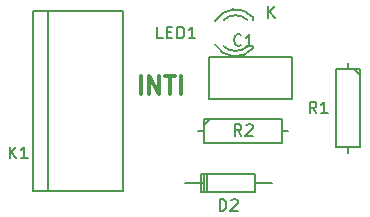
<source format=gbr>
G04 #@! TF.FileFunction,Legend,Top*
%FSLAX46Y46*%
G04 Gerber Fmt 4.6, Leading zero omitted, Abs format (unit mm)*
G04 Created by KiCad (PCBNEW 4.0.0-rc2-stable) date 30/11/2015 5:24:16 p. m.*
%MOMM*%
G01*
G04 APERTURE LIST*
%ADD10C,0.100000*%
%ADD11C,0.300000*%
%ADD12C,0.150000*%
G04 APERTURE END LIST*
D10*
D11*
X150685714Y-107993571D02*
X150685714Y-106493571D01*
X151400000Y-107993571D02*
X151400000Y-106493571D01*
X152257143Y-107993571D01*
X152257143Y-106493571D01*
X152757143Y-106493571D02*
X153614286Y-106493571D01*
X153185715Y-107993571D02*
X153185715Y-106493571D01*
X154114286Y-107993571D02*
X154114286Y-106493571D01*
D12*
X156480000Y-104930000D02*
X163480000Y-104930000D01*
X163480000Y-104930000D02*
X163480000Y-108430000D01*
X163480000Y-108430000D02*
X156480000Y-108430000D01*
X156480000Y-108430000D02*
X156480000Y-104930000D01*
X160401520Y-115567460D02*
X161798520Y-115567460D01*
X155956520Y-115567460D02*
X154432520Y-115567460D01*
X156337520Y-114805460D02*
X156337520Y-116329460D01*
X156083520Y-114805460D02*
X156083520Y-116329460D01*
X155829520Y-115567460D02*
X155829520Y-116329460D01*
X155829520Y-116329460D02*
X160401520Y-116329460D01*
X160401520Y-116329460D02*
X160401520Y-114805460D01*
X160401520Y-114805460D02*
X155829520Y-114805460D01*
X155829520Y-114805460D02*
X155829520Y-115567460D01*
X141605000Y-100965000D02*
X149225000Y-100965000D01*
X141605000Y-116205000D02*
X149225000Y-116205000D01*
X142875000Y-100965000D02*
X142875000Y-116205000D01*
X149225000Y-100965000D02*
X149225000Y-116205000D01*
X141605000Y-100965000D02*
X141605000Y-116205000D01*
X160219000Y-101556000D02*
X160219000Y-101756000D01*
X160219000Y-104150000D02*
X160219000Y-103970000D01*
X156991256Y-103839643D02*
G75*
G03X160219000Y-104156000I1727744J1003643D01*
G01*
X157666994Y-103969068D02*
G75*
G03X159770000Y-103970000I1052006J1133068D01*
G01*
X160206220Y-101529274D02*
G75*
G03X156969000Y-101876000I-1497220J-1306726D01*
G01*
X159732889Y-101756747D02*
G75*
G03X157685000Y-101776000I-1013889J-1079253D01*
G01*
X168275000Y-105410000D02*
X168275000Y-105918000D01*
X168275000Y-113030000D02*
X168275000Y-112522000D01*
X168275000Y-112522000D02*
X169291000Y-112522000D01*
X169291000Y-112522000D02*
X169291000Y-105918000D01*
X169291000Y-105918000D02*
X167259000Y-105918000D01*
X167259000Y-105918000D02*
X167259000Y-112522000D01*
X167259000Y-112522000D02*
X168275000Y-112522000D01*
X168783000Y-105918000D02*
X169291000Y-106426000D01*
X155575000Y-111125000D02*
X156083000Y-111125000D01*
X163195000Y-111125000D02*
X162687000Y-111125000D01*
X162687000Y-111125000D02*
X162687000Y-110109000D01*
X162687000Y-110109000D02*
X156083000Y-110109000D01*
X156083000Y-110109000D02*
X156083000Y-112141000D01*
X156083000Y-112141000D02*
X162687000Y-112141000D01*
X162687000Y-112141000D02*
X162687000Y-111125000D01*
X156083000Y-110617000D02*
X156591000Y-110109000D01*
X159218334Y-103862143D02*
X159170715Y-103909762D01*
X159027858Y-103957381D01*
X158932620Y-103957381D01*
X158789762Y-103909762D01*
X158694524Y-103814524D01*
X158646905Y-103719286D01*
X158599286Y-103528810D01*
X158599286Y-103385952D01*
X158646905Y-103195476D01*
X158694524Y-103100238D01*
X158789762Y-103005000D01*
X158932620Y-102957381D01*
X159027858Y-102957381D01*
X159170715Y-103005000D01*
X159218334Y-103052619D01*
X160170715Y-103957381D02*
X159599286Y-103957381D01*
X159885000Y-103957381D02*
X159885000Y-102957381D01*
X159789762Y-103100238D01*
X159694524Y-103195476D01*
X159599286Y-103243095D01*
X157376905Y-117927381D02*
X157376905Y-116927381D01*
X157615000Y-116927381D01*
X157757858Y-116975000D01*
X157853096Y-117070238D01*
X157900715Y-117165476D01*
X157948334Y-117355952D01*
X157948334Y-117498810D01*
X157900715Y-117689286D01*
X157853096Y-117784524D01*
X157757858Y-117879762D01*
X157615000Y-117927381D01*
X157376905Y-117927381D01*
X158329286Y-117022619D02*
X158376905Y-116975000D01*
X158472143Y-116927381D01*
X158710239Y-116927381D01*
X158805477Y-116975000D01*
X158853096Y-117022619D01*
X158900715Y-117117857D01*
X158900715Y-117213095D01*
X158853096Y-117355952D01*
X158281667Y-117927381D01*
X158900715Y-117927381D01*
X139596905Y-113482381D02*
X139596905Y-112482381D01*
X140168334Y-113482381D02*
X139739762Y-112910952D01*
X140168334Y-112482381D02*
X139596905Y-113053810D01*
X141120715Y-113482381D02*
X140549286Y-113482381D01*
X140835000Y-113482381D02*
X140835000Y-112482381D01*
X140739762Y-112625238D01*
X140644524Y-112720476D01*
X140549286Y-112768095D01*
X152550953Y-103322381D02*
X152074762Y-103322381D01*
X152074762Y-102322381D01*
X152884286Y-102798571D02*
X153217620Y-102798571D01*
X153360477Y-103322381D02*
X152884286Y-103322381D01*
X152884286Y-102322381D01*
X153360477Y-102322381D01*
X153789048Y-103322381D02*
X153789048Y-102322381D01*
X154027143Y-102322381D01*
X154170001Y-102370000D01*
X154265239Y-102465238D01*
X154312858Y-102560476D01*
X154360477Y-102750952D01*
X154360477Y-102893810D01*
X154312858Y-103084286D01*
X154265239Y-103179524D01*
X154170001Y-103274762D01*
X154027143Y-103322381D01*
X153789048Y-103322381D01*
X155312858Y-103322381D02*
X154741429Y-103322381D01*
X155027143Y-103322381D02*
X155027143Y-102322381D01*
X154931905Y-102465238D01*
X154836667Y-102560476D01*
X154741429Y-102608095D01*
X161448095Y-101582381D02*
X161448095Y-100582381D01*
X162019524Y-101582381D02*
X161590952Y-101010952D01*
X162019524Y-100582381D02*
X161448095Y-101153810D01*
X165568334Y-109672381D02*
X165235000Y-109196190D01*
X164996905Y-109672381D02*
X164996905Y-108672381D01*
X165377858Y-108672381D01*
X165473096Y-108720000D01*
X165520715Y-108767619D01*
X165568334Y-108862857D01*
X165568334Y-109005714D01*
X165520715Y-109100952D01*
X165473096Y-109148571D01*
X165377858Y-109196190D01*
X164996905Y-109196190D01*
X166520715Y-109672381D02*
X165949286Y-109672381D01*
X166235000Y-109672381D02*
X166235000Y-108672381D01*
X166139762Y-108815238D01*
X166044524Y-108910476D01*
X165949286Y-108958095D01*
X159218334Y-111577381D02*
X158885000Y-111101190D01*
X158646905Y-111577381D02*
X158646905Y-110577381D01*
X159027858Y-110577381D01*
X159123096Y-110625000D01*
X159170715Y-110672619D01*
X159218334Y-110767857D01*
X159218334Y-110910714D01*
X159170715Y-111005952D01*
X159123096Y-111053571D01*
X159027858Y-111101190D01*
X158646905Y-111101190D01*
X159599286Y-110672619D02*
X159646905Y-110625000D01*
X159742143Y-110577381D01*
X159980239Y-110577381D01*
X160075477Y-110625000D01*
X160123096Y-110672619D01*
X160170715Y-110767857D01*
X160170715Y-110863095D01*
X160123096Y-111005952D01*
X159551667Y-111577381D01*
X160170715Y-111577381D01*
M02*

</source>
